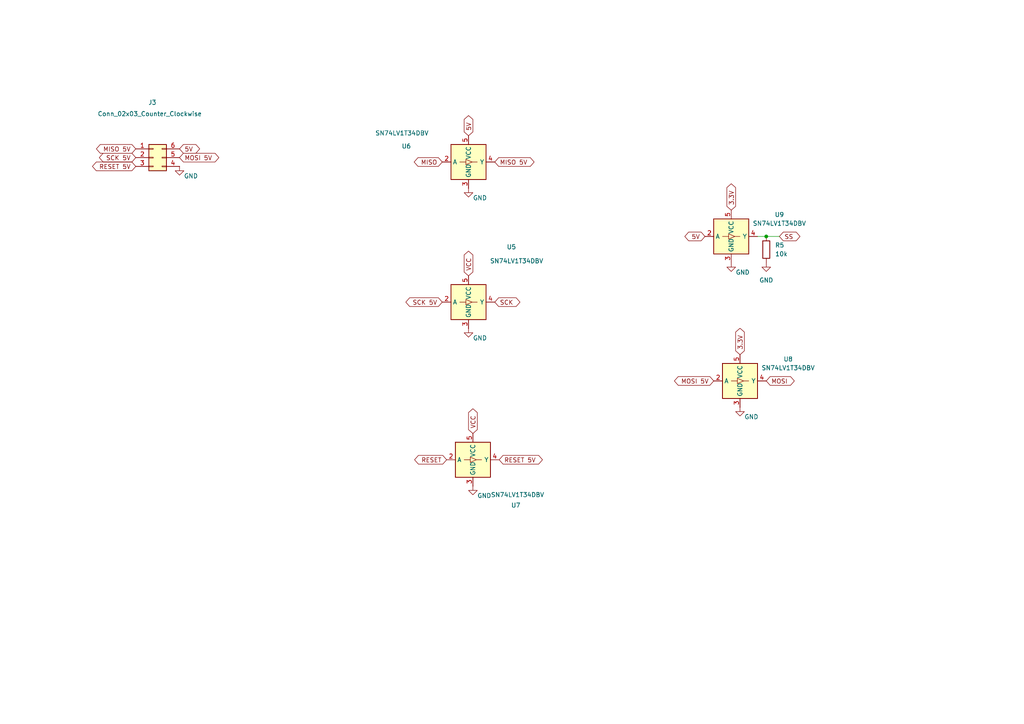
<source format=kicad_sch>
(kicad_sch
	(version 20231120)
	(generator "eeschema")
	(generator_version "8.0")
	(uuid "e052089e-c28d-4971-a70c-46b0762f27b0")
	(paper "A4")
	(lib_symbols
		(symbol "Connector_Generic:Conn_02x03_Counter_Clockwise"
			(pin_names
				(offset 1.016) hide)
			(exclude_from_sim no)
			(in_bom yes)
			(on_board yes)
			(property "Reference" "J"
				(at 1.27 5.08 0)
				(effects
					(font
						(size 1.27 1.27)
					)
				)
			)
			(property "Value" "Conn_02x03_Counter_Clockwise"
				(at 1.27 -5.08 0)
				(effects
					(font
						(size 1.27 1.27)
					)
				)
			)
			(property "Footprint" ""
				(at 0 0 0)
				(effects
					(font
						(size 1.27 1.27)
					)
					(hide yes)
				)
			)
			(property "Datasheet" "~"
				(at 0 0 0)
				(effects
					(font
						(size 1.27 1.27)
					)
					(hide yes)
				)
			)
			(property "Description" "Generic connector, double row, 02x03, counter clockwise pin numbering scheme (similar to DIP package numbering), script generated (kicad-library-utils/schlib/autogen/connector/)"
				(at 0 0 0)
				(effects
					(font
						(size 1.27 1.27)
					)
					(hide yes)
				)
			)
			(property "ki_keywords" "connector"
				(at 0 0 0)
				(effects
					(font
						(size 1.27 1.27)
					)
					(hide yes)
				)
			)
			(property "ki_fp_filters" "Connector*:*_2x??_*"
				(at 0 0 0)
				(effects
					(font
						(size 1.27 1.27)
					)
					(hide yes)
				)
			)
			(symbol "Conn_02x03_Counter_Clockwise_1_1"
				(rectangle
					(start -1.27 -2.413)
					(end 0 -2.667)
					(stroke
						(width 0.1524)
						(type default)
					)
					(fill
						(type none)
					)
				)
				(rectangle
					(start -1.27 0.127)
					(end 0 -0.127)
					(stroke
						(width 0.1524)
						(type default)
					)
					(fill
						(type none)
					)
				)
				(rectangle
					(start -1.27 2.667)
					(end 0 2.413)
					(stroke
						(width 0.1524)
						(type default)
					)
					(fill
						(type none)
					)
				)
				(rectangle
					(start -1.27 3.81)
					(end 3.81 -3.81)
					(stroke
						(width 0.254)
						(type default)
					)
					(fill
						(type background)
					)
				)
				(rectangle
					(start 3.81 -2.413)
					(end 2.54 -2.667)
					(stroke
						(width 0.1524)
						(type default)
					)
					(fill
						(type none)
					)
				)
				(rectangle
					(start 3.81 0.127)
					(end 2.54 -0.127)
					(stroke
						(width 0.1524)
						(type default)
					)
					(fill
						(type none)
					)
				)
				(rectangle
					(start 3.81 2.667)
					(end 2.54 2.413)
					(stroke
						(width 0.1524)
						(type default)
					)
					(fill
						(type none)
					)
				)
				(pin passive line
					(at -5.08 2.54 0)
					(length 3.81)
					(name "Pin_1"
						(effects
							(font
								(size 1.27 1.27)
							)
						)
					)
					(number "1"
						(effects
							(font
								(size 1.27 1.27)
							)
						)
					)
				)
				(pin passive line
					(at -5.08 0 0)
					(length 3.81)
					(name "Pin_2"
						(effects
							(font
								(size 1.27 1.27)
							)
						)
					)
					(number "2"
						(effects
							(font
								(size 1.27 1.27)
							)
						)
					)
				)
				(pin passive line
					(at -5.08 -2.54 0)
					(length 3.81)
					(name "Pin_3"
						(effects
							(font
								(size 1.27 1.27)
							)
						)
					)
					(number "3"
						(effects
							(font
								(size 1.27 1.27)
							)
						)
					)
				)
				(pin passive line
					(at 7.62 -2.54 180)
					(length 3.81)
					(name "Pin_4"
						(effects
							(font
								(size 1.27 1.27)
							)
						)
					)
					(number "4"
						(effects
							(font
								(size 1.27 1.27)
							)
						)
					)
				)
				(pin passive line
					(at 7.62 0 180)
					(length 3.81)
					(name "Pin_5"
						(effects
							(font
								(size 1.27 1.27)
							)
						)
					)
					(number "5"
						(effects
							(font
								(size 1.27 1.27)
							)
						)
					)
				)
				(pin passive line
					(at 7.62 2.54 180)
					(length 3.81)
					(name "Pin_6"
						(effects
							(font
								(size 1.27 1.27)
							)
						)
					)
					(number "6"
						(effects
							(font
								(size 1.27 1.27)
							)
						)
					)
				)
			)
		)
		(symbol "Device:R"
			(pin_numbers hide)
			(pin_names
				(offset 0)
			)
			(exclude_from_sim no)
			(in_bom yes)
			(on_board yes)
			(property "Reference" "R"
				(at 2.032 0 90)
				(effects
					(font
						(size 1.27 1.27)
					)
				)
			)
			(property "Value" "R"
				(at 0 0 90)
				(effects
					(font
						(size 1.27 1.27)
					)
				)
			)
			(property "Footprint" ""
				(at -1.778 0 90)
				(effects
					(font
						(size 1.27 1.27)
					)
					(hide yes)
				)
			)
			(property "Datasheet" "~"
				(at 0 0 0)
				(effects
					(font
						(size 1.27 1.27)
					)
					(hide yes)
				)
			)
			(property "Description" "Resistor"
				(at 0 0 0)
				(effects
					(font
						(size 1.27 1.27)
					)
					(hide yes)
				)
			)
			(property "ki_keywords" "R res resistor"
				(at 0 0 0)
				(effects
					(font
						(size 1.27 1.27)
					)
					(hide yes)
				)
			)
			(property "ki_fp_filters" "R_*"
				(at 0 0 0)
				(effects
					(font
						(size 1.27 1.27)
					)
					(hide yes)
				)
			)
			(symbol "R_0_1"
				(rectangle
					(start -1.016 -2.54)
					(end 1.016 2.54)
					(stroke
						(width 0.254)
						(type default)
					)
					(fill
						(type none)
					)
				)
			)
			(symbol "R_1_1"
				(pin passive line
					(at 0 3.81 270)
					(length 1.27)
					(name "~"
						(effects
							(font
								(size 1.27 1.27)
							)
						)
					)
					(number "1"
						(effects
							(font
								(size 1.27 1.27)
							)
						)
					)
				)
				(pin passive line
					(at 0 -3.81 90)
					(length 1.27)
					(name "~"
						(effects
							(font
								(size 1.27 1.27)
							)
						)
					)
					(number "2"
						(effects
							(font
								(size 1.27 1.27)
							)
						)
					)
				)
			)
		)
		(symbol "Logic_LevelTranslator:SN74LV1T34DBV"
			(exclude_from_sim no)
			(in_bom yes)
			(on_board yes)
			(property "Reference" "U"
				(at 5.08 6.35 0)
				(effects
					(font
						(size 1.27 1.27)
					)
					(justify left)
				)
			)
			(property "Value" "SN74LV1T34DBV"
				(at 5.08 3.81 0)
				(effects
					(font
						(size 1.27 1.27)
					)
					(justify left)
				)
			)
			(property "Footprint" "Package_TO_SOT_SMD:SOT-23-5"
				(at 16.51 -6.35 0)
				(effects
					(font
						(size 1.27 1.27)
					)
					(hide yes)
				)
			)
			(property "Datasheet" "https://www.ti.com/lit/ds/symlink/sn74lv1t34.pdf"
				(at -10.16 -5.08 0)
				(effects
					(font
						(size 1.27 1.27)
					)
					(hide yes)
				)
			)
			(property "Description" "Single Power Supply, Single Buffer GATE, CMOS Logic, Level Shifter, SOT-23-5"
				(at 0 0 0)
				(effects
					(font
						(size 1.27 1.27)
					)
					(hide yes)
				)
			)
			(property "ki_keywords" "single buffer level shift"
				(at 0 0 0)
				(effects
					(font
						(size 1.27 1.27)
					)
					(hide yes)
				)
			)
			(property "ki_fp_filters" "SOT?23*"
				(at 0 0 0)
				(effects
					(font
						(size 1.27 1.27)
					)
					(hide yes)
				)
			)
			(symbol "SN74LV1T34DBV_0_1"
				(rectangle
					(start -5.08 5.08)
					(end 5.08 -5.08)
					(stroke
						(width 0.254)
						(type default)
					)
					(fill
						(type background)
					)
				)
				(polyline
					(pts
						(xy -0.762 0) (xy -2.54 0)
					)
					(stroke
						(width 0)
						(type default)
					)
					(fill
						(type none)
					)
				)
				(polyline
					(pts
						(xy 1.016 0) (xy 2.54 0)
					)
					(stroke
						(width 0)
						(type default)
					)
					(fill
						(type none)
					)
				)
			)
			(symbol "SN74LV1T34DBV_1_1"
				(polyline
					(pts
						(xy -0.762 -0.762) (xy -0.762 0.762) (xy 1.016 0) (xy -0.762 -0.762)
					)
					(stroke
						(width 0)
						(type default)
					)
					(fill
						(type none)
					)
				)
				(pin no_connect line
					(at -5.08 2.54 0)
					(length 2.54) hide
					(name "NC"
						(effects
							(font
								(size 1.27 1.27)
							)
						)
					)
					(number "1"
						(effects
							(font
								(size 1.27 1.27)
							)
						)
					)
				)
				(pin input line
					(at -7.62 0 0)
					(length 2.54)
					(name "A"
						(effects
							(font
								(size 1.27 1.27)
							)
						)
					)
					(number "2"
						(effects
							(font
								(size 1.27 1.27)
							)
						)
					)
				)
				(pin power_in line
					(at 0 -7.62 90)
					(length 2.54)
					(name "GND"
						(effects
							(font
								(size 1.27 1.27)
							)
						)
					)
					(number "3"
						(effects
							(font
								(size 1.27 1.27)
							)
						)
					)
				)
				(pin output line
					(at 7.62 0 180)
					(length 2.54)
					(name "Y"
						(effects
							(font
								(size 1.27 1.27)
							)
						)
					)
					(number "4"
						(effects
							(font
								(size 1.27 1.27)
							)
						)
					)
				)
				(pin power_in line
					(at 0 7.62 270)
					(length 2.54)
					(name "VCC"
						(effects
							(font
								(size 1.27 1.27)
							)
						)
					)
					(number "5"
						(effects
							(font
								(size 1.27 1.27)
							)
						)
					)
				)
			)
		)
		(symbol "power:GND"
			(power)
			(pin_numbers hide)
			(pin_names
				(offset 0) hide)
			(exclude_from_sim no)
			(in_bom yes)
			(on_board yes)
			(property "Reference" "#PWR"
				(at 0 -6.35 0)
				(effects
					(font
						(size 1.27 1.27)
					)
					(hide yes)
				)
			)
			(property "Value" "GND"
				(at 0 -3.81 0)
				(effects
					(font
						(size 1.27 1.27)
					)
				)
			)
			(property "Footprint" ""
				(at 0 0 0)
				(effects
					(font
						(size 1.27 1.27)
					)
					(hide yes)
				)
			)
			(property "Datasheet" ""
				(at 0 0 0)
				(effects
					(font
						(size 1.27 1.27)
					)
					(hide yes)
				)
			)
			(property "Description" "Power symbol creates a global label with name \"GND\" , ground"
				(at 0 0 0)
				(effects
					(font
						(size 1.27 1.27)
					)
					(hide yes)
				)
			)
			(property "ki_keywords" "global power"
				(at 0 0 0)
				(effects
					(font
						(size 1.27 1.27)
					)
					(hide yes)
				)
			)
			(symbol "GND_0_1"
				(polyline
					(pts
						(xy 0 0) (xy 0 -1.27) (xy 1.27 -1.27) (xy 0 -2.54) (xy -1.27 -1.27) (xy 0 -1.27)
					)
					(stroke
						(width 0)
						(type default)
					)
					(fill
						(type none)
					)
				)
			)
			(symbol "GND_1_1"
				(pin power_in line
					(at 0 0 270)
					(length 0)
					(name "~"
						(effects
							(font
								(size 1.27 1.27)
							)
						)
					)
					(number "1"
						(effects
							(font
								(size 1.27 1.27)
							)
						)
					)
				)
			)
		)
	)
	(junction
		(at 222.25 68.58)
		(diameter 0)
		(color 0 0 0 0)
		(uuid "2d5d7a4f-ed19-4ab4-9bcf-e89c7333f19f")
	)
	(wire
		(pts
			(xy 222.25 68.58) (xy 219.71 68.58)
		)
		(stroke
			(width 0)
			(type default)
		)
		(uuid "05773295-6c26-4b16-9c05-0b351cd3ec7c")
	)
	(wire
		(pts
			(xy 226.06 68.58) (xy 222.25 68.58)
		)
		(stroke
			(width 0)
			(type default)
		)
		(uuid "16f80b63-c8d1-4246-a398-f260e0412271")
	)
	(global_label "MOSI"
		(shape bidirectional)
		(at 222.25 110.49 0)
		(fields_autoplaced yes)
		(effects
			(font
				(size 1.27 1.27)
			)
			(justify left)
		)
		(uuid "01612c61-e780-4302-8892-94c6be29639d")
		(property "Intersheetrefs" "${INTERSHEET_REFS}"
			(at 230.9427 110.49 0)
			(effects
				(font
					(size 1.27 1.27)
				)
				(justify left)
				(hide yes)
			)
		)
	)
	(global_label "SS"
		(shape bidirectional)
		(at 226.06 68.58 0)
		(fields_autoplaced yes)
		(effects
			(font
				(size 1.27 1.27)
			)
			(justify left)
		)
		(uuid "07e1b962-3fd9-44fa-b4dc-4acacf73a862")
		(property "Intersheetrefs" "${INTERSHEET_REFS}"
			(at 232.5755 68.58 0)
			(effects
				(font
					(size 1.27 1.27)
				)
				(justify left)
				(hide yes)
			)
		)
	)
	(global_label "5V"
		(shape bidirectional)
		(at 204.47 68.58 180)
		(fields_autoplaced yes)
		(effects
			(font
				(size 1.27 1.27)
			)
			(justify right)
		)
		(uuid "0aba381e-3b61-46fe-9917-1e4d1419ec1e")
		(property "Intersheetrefs" "${INTERSHEET_REFS}"
			(at 198.0754 68.58 0)
			(effects
				(font
					(size 1.27 1.27)
				)
				(justify right)
				(hide yes)
			)
		)
	)
	(global_label "3.3V"
		(shape bidirectional)
		(at 214.63 102.87 90)
		(fields_autoplaced yes)
		(effects
			(font
				(size 1.27 1.27)
			)
			(justify left)
		)
		(uuid "19b3d9e0-2c6c-48d3-a0e4-3ea3645b233e")
		(property "Intersheetrefs" "${INTERSHEET_REFS}"
			(at 214.63 94.6611 90)
			(effects
				(font
					(size 1.27 1.27)
				)
				(justify left)
				(hide yes)
			)
		)
	)
	(global_label "SCK"
		(shape bidirectional)
		(at 143.51 87.63 0)
		(fields_autoplaced yes)
		(effects
			(font
				(size 1.27 1.27)
			)
			(justify left)
		)
		(uuid "1d885253-84f0-4953-8702-2209a6edcd98")
		(property "Intersheetrefs" "${INTERSHEET_REFS}"
			(at 151.356 87.63 0)
			(effects
				(font
					(size 1.27 1.27)
				)
				(justify left)
				(hide yes)
			)
		)
	)
	(global_label "3.3V"
		(shape bidirectional)
		(at 212.09 60.96 90)
		(fields_autoplaced yes)
		(effects
			(font
				(size 1.27 1.27)
			)
			(justify left)
		)
		(uuid "500ac20f-f238-4f68-93a6-81303861c958")
		(property "Intersheetrefs" "${INTERSHEET_REFS}"
			(at 212.09 52.7511 90)
			(effects
				(font
					(size 1.27 1.27)
				)
				(justify left)
				(hide yes)
			)
		)
	)
	(global_label "RESET 5V"
		(shape bidirectional)
		(at 144.78 133.35 0)
		(fields_autoplaced yes)
		(effects
			(font
				(size 1.27 1.27)
			)
			(justify left)
		)
		(uuid "5a8cd360-ba1d-4787-808d-cf92b4968d2a")
		(property "Intersheetrefs" "${INTERSHEET_REFS}"
			(at 157.8873 133.35 0)
			(effects
				(font
					(size 1.27 1.27)
				)
				(justify left)
				(hide yes)
			)
		)
	)
	(global_label "RESET 5V"
		(shape bidirectional)
		(at 39.37 48.26 180)
		(fields_autoplaced yes)
		(effects
			(font
				(size 1.27 1.27)
			)
			(justify right)
		)
		(uuid "60db2e64-6a6f-4aac-a41c-8a2483f214c5")
		(property "Intersheetrefs" "${INTERSHEET_REFS}"
			(at 26.2627 48.26 0)
			(effects
				(font
					(size 1.27 1.27)
				)
				(justify right)
				(hide yes)
			)
		)
	)
	(global_label "VCC"
		(shape bidirectional)
		(at 137.16 125.73 90)
		(fields_autoplaced yes)
		(effects
			(font
				(size 1.27 1.27)
			)
			(justify left)
		)
		(uuid "63704d66-4cc8-4bca-a75f-073ea134abb9")
		(property "Intersheetrefs" "${INTERSHEET_REFS}"
			(at 137.16 118.0049 90)
			(effects
				(font
					(size 1.27 1.27)
				)
				(justify left)
				(hide yes)
			)
		)
	)
	(global_label "MISO"
		(shape bidirectional)
		(at 128.27 46.99 180)
		(fields_autoplaced yes)
		(effects
			(font
				(size 1.27 1.27)
			)
			(justify right)
		)
		(uuid "708ef072-c10d-494b-a089-6c8f8de99300")
		(property "Intersheetrefs" "${INTERSHEET_REFS}"
			(at 119.5773 46.99 0)
			(effects
				(font
					(size 1.27 1.27)
				)
				(justify right)
				(hide yes)
			)
		)
	)
	(global_label "MISO 5V"
		(shape bidirectional)
		(at 143.51 46.99 0)
		(fields_autoplaced yes)
		(effects
			(font
				(size 1.27 1.27)
			)
			(justify left)
		)
		(uuid "7d9d23ba-1303-4819-8db5-19adef56ebcc")
		(property "Intersheetrefs" "${INTERSHEET_REFS}"
			(at 155.4684 46.99 0)
			(effects
				(font
					(size 1.27 1.27)
				)
				(justify left)
				(hide yes)
			)
		)
	)
	(global_label "RESET"
		(shape bidirectional)
		(at 129.54 133.35 180)
		(fields_autoplaced yes)
		(effects
			(font
				(size 1.27 1.27)
			)
			(justify right)
		)
		(uuid "88943199-ce2b-4257-9912-2c7013efff81")
		(property "Intersheetrefs" "${INTERSHEET_REFS}"
			(at 119.6984 133.35 0)
			(effects
				(font
					(size 1.27 1.27)
				)
				(justify right)
				(hide yes)
			)
		)
	)
	(global_label "MOSI 5V"
		(shape bidirectional)
		(at 52.07 45.72 0)
		(fields_autoplaced yes)
		(effects
			(font
				(size 1.27 1.27)
			)
			(justify left)
		)
		(uuid "98e69f2b-a1b8-4236-ac27-16ef23ae0d0d")
		(property "Intersheetrefs" "${INTERSHEET_REFS}"
			(at 64.0284 45.72 0)
			(effects
				(font
					(size 1.27 1.27)
				)
				(justify left)
				(hide yes)
			)
		)
	)
	(global_label "VCC"
		(shape bidirectional)
		(at 135.89 80.01 90)
		(fields_autoplaced yes)
		(effects
			(font
				(size 1.27 1.27)
			)
			(justify left)
		)
		(uuid "99da06cf-dca1-4c5b-842b-7a65246c0931")
		(property "Intersheetrefs" "${INTERSHEET_REFS}"
			(at 135.89 72.2849 90)
			(effects
				(font
					(size 1.27 1.27)
				)
				(justify left)
				(hide yes)
			)
		)
	)
	(global_label "MOSI 5V"
		(shape bidirectional)
		(at 207.01 110.49 180)
		(fields_autoplaced yes)
		(effects
			(font
				(size 1.27 1.27)
			)
			(justify right)
		)
		(uuid "d359fd2e-4e48-4c7b-b821-bbac4bf6a84b")
		(property "Intersheetrefs" "${INTERSHEET_REFS}"
			(at 195.0516 110.49 0)
			(effects
				(font
					(size 1.27 1.27)
				)
				(justify right)
				(hide yes)
			)
		)
	)
	(global_label "SCK 5V"
		(shape bidirectional)
		(at 39.37 45.72 180)
		(fields_autoplaced yes)
		(effects
			(font
				(size 1.27 1.27)
			)
			(justify right)
		)
		(uuid "d5658f2f-99bf-46f5-8030-32cbaaf841e4")
		(property "Intersheetrefs" "${INTERSHEET_REFS}"
			(at 28.2583 45.72 0)
			(effects
				(font
					(size 1.27 1.27)
				)
				(justify right)
				(hide yes)
			)
		)
	)
	(global_label "MISO 5V"
		(shape bidirectional)
		(at 39.37 43.18 180)
		(fields_autoplaced yes)
		(effects
			(font
				(size 1.27 1.27)
			)
			(justify right)
		)
		(uuid "d9c50f20-d5b5-4d6b-88e0-015e03c0a921")
		(property "Intersheetrefs" "${INTERSHEET_REFS}"
			(at 27.4116 43.18 0)
			(effects
				(font
					(size 1.27 1.27)
				)
				(justify right)
				(hide yes)
			)
		)
	)
	(global_label "SCK 5V"
		(shape bidirectional)
		(at 128.27 87.63 180)
		(fields_autoplaced yes)
		(effects
			(font
				(size 1.27 1.27)
			)
			(justify right)
		)
		(uuid "df5819a4-b5af-4bde-a48c-85a75fb875ad")
		(property "Intersheetrefs" "${INTERSHEET_REFS}"
			(at 117.1583 87.63 0)
			(effects
				(font
					(size 1.27 1.27)
				)
				(justify right)
				(hide yes)
			)
		)
	)
	(global_label "5V"
		(shape bidirectional)
		(at 52.07 43.18 0)
		(fields_autoplaced yes)
		(effects
			(font
				(size 1.27 1.27)
			)
			(justify left)
		)
		(uuid "e54ad53c-617e-48ae-93ff-b92a9ccd2ee7")
		(property "Intersheetrefs" "${INTERSHEET_REFS}"
			(at 58.4646 43.18 0)
			(effects
				(font
					(size 1.27 1.27)
				)
				(justify left)
				(hide yes)
			)
		)
	)
	(global_label "5V"
		(shape bidirectional)
		(at 135.89 39.37 90)
		(fields_autoplaced yes)
		(effects
			(font
				(size 1.27 1.27)
			)
			(justify left)
		)
		(uuid "e640be23-003d-4941-9283-01c61319b31a")
		(property "Intersheetrefs" "${INTERSHEET_REFS}"
			(at 135.89 32.9754 90)
			(effects
				(font
					(size 1.27 1.27)
				)
				(justify left)
				(hide yes)
			)
		)
	)
	(symbol
		(lib_id "power:GND")
		(at 52.07 48.26 0)
		(unit 1)
		(exclude_from_sim no)
		(in_bom yes)
		(on_board yes)
		(dnp no)
		(uuid "22525a66-11fe-48fb-81d2-008c2e3dab02")
		(property "Reference" "#PWR025"
			(at 52.07 54.61 0)
			(effects
				(font
					(size 1.27 1.27)
				)
				(hide yes)
			)
		)
		(property "Value" "GND"
			(at 53.34 51.054 0)
			(effects
				(font
					(size 1.27 1.27)
				)
				(justify left)
			)
		)
		(property "Footprint" ""
			(at 52.07 48.26 0)
			(effects
				(font
					(size 1.27 1.27)
				)
				(hide yes)
			)
		)
		(property "Datasheet" ""
			(at 52.07 48.26 0)
			(effects
				(font
					(size 1.27 1.27)
				)
				(hide yes)
			)
		)
		(property "Description" "Power symbol creates a global label with name \"GND\" , ground"
			(at 52.07 48.26 0)
			(effects
				(font
					(size 1.27 1.27)
				)
				(hide yes)
			)
		)
		(pin "1"
			(uuid "f35eb097-b788-40b1-be4d-7f9d0f7eadb9")
		)
		(instances
			(project "plokkskeem"
				(path "/a526e2f2-17cc-4dbb-8268-7175c0e116d3/d3273687-db8e-408f-88c2-80e2e713b725"
					(reference "#PWR025")
					(unit 1)
				)
			)
		)
	)
	(symbol
		(lib_id "power:GND")
		(at 135.89 95.25 0)
		(unit 1)
		(exclude_from_sim no)
		(in_bom yes)
		(on_board yes)
		(dnp no)
		(uuid "3e89e438-515e-4b9a-bbc3-e3f522f2cbff")
		(property "Reference" "#PWR021"
			(at 135.89 101.6 0)
			(effects
				(font
					(size 1.27 1.27)
				)
				(hide yes)
			)
		)
		(property "Value" "GND"
			(at 137.16 98.044 0)
			(effects
				(font
					(size 1.27 1.27)
				)
				(justify left)
			)
		)
		(property "Footprint" ""
			(at 135.89 95.25 0)
			(effects
				(font
					(size 1.27 1.27)
				)
				(hide yes)
			)
		)
		(property "Datasheet" ""
			(at 135.89 95.25 0)
			(effects
				(font
					(size 1.27 1.27)
				)
				(hide yes)
			)
		)
		(property "Description" "Power symbol creates a global label with name \"GND\" , ground"
			(at 135.89 95.25 0)
			(effects
				(font
					(size 1.27 1.27)
				)
				(hide yes)
			)
		)
		(pin "1"
			(uuid "33f5ce5e-fddf-47f0-bd1a-2dd0ba37ebe1")
		)
		(instances
			(project "plokkskeem"
				(path "/a526e2f2-17cc-4dbb-8268-7175c0e116d3/d3273687-db8e-408f-88c2-80e2e713b725"
					(reference "#PWR021")
					(unit 1)
				)
			)
		)
	)
	(symbol
		(lib_id "power:GND")
		(at 137.16 140.97 0)
		(unit 1)
		(exclude_from_sim no)
		(in_bom yes)
		(on_board yes)
		(dnp no)
		(uuid "3fe1ffe3-f81c-4062-9029-1c54007c11d8")
		(property "Reference" "#PWR023"
			(at 137.16 147.32 0)
			(effects
				(font
					(size 1.27 1.27)
				)
				(hide yes)
			)
		)
		(property "Value" "GND"
			(at 138.43 143.764 0)
			(effects
				(font
					(size 1.27 1.27)
				)
				(justify left)
			)
		)
		(property "Footprint" ""
			(at 137.16 140.97 0)
			(effects
				(font
					(size 1.27 1.27)
				)
				(hide yes)
			)
		)
		(property "Datasheet" ""
			(at 137.16 140.97 0)
			(effects
				(font
					(size 1.27 1.27)
				)
				(hide yes)
			)
		)
		(property "Description" "Power symbol creates a global label with name \"GND\" , ground"
			(at 137.16 140.97 0)
			(effects
				(font
					(size 1.27 1.27)
				)
				(hide yes)
			)
		)
		(pin "1"
			(uuid "b7faa22d-ffe2-492e-a1c6-654f79472487")
		)
		(instances
			(project "plokkskeem"
				(path "/a526e2f2-17cc-4dbb-8268-7175c0e116d3/d3273687-db8e-408f-88c2-80e2e713b725"
					(reference "#PWR023")
					(unit 1)
				)
			)
		)
	)
	(symbol
		(lib_id "power:GND")
		(at 222.25 76.2 0)
		(unit 1)
		(exclude_from_sim no)
		(in_bom yes)
		(on_board yes)
		(dnp no)
		(fields_autoplaced yes)
		(uuid "4ac3ec46-dbb0-4856-9fd4-180124e637ca")
		(property "Reference" "#PWR027"
			(at 222.25 82.55 0)
			(effects
				(font
					(size 1.27 1.27)
				)
				(hide yes)
			)
		)
		(property "Value" "GND"
			(at 222.25 81.28 0)
			(effects
				(font
					(size 1.27 1.27)
				)
			)
		)
		(property "Footprint" ""
			(at 222.25 76.2 0)
			(effects
				(font
					(size 1.27 1.27)
				)
				(hide yes)
			)
		)
		(property "Datasheet" ""
			(at 222.25 76.2 0)
			(effects
				(font
					(size 1.27 1.27)
				)
				(hide yes)
			)
		)
		(property "Description" "Power symbol creates a global label with name \"GND\" , ground"
			(at 222.25 76.2 0)
			(effects
				(font
					(size 1.27 1.27)
				)
				(hide yes)
			)
		)
		(pin "1"
			(uuid "2e9e41cf-c1f4-4179-a3b7-1dbaf921e71d")
		)
		(instances
			(project "plokkskeem"
				(path "/a526e2f2-17cc-4dbb-8268-7175c0e116d3/d3273687-db8e-408f-88c2-80e2e713b725"
					(reference "#PWR027")
					(unit 1)
				)
			)
		)
	)
	(symbol
		(lib_id "power:GND")
		(at 135.89 54.61 0)
		(unit 1)
		(exclude_from_sim no)
		(in_bom yes)
		(on_board yes)
		(dnp no)
		(uuid "712398c1-15f8-4476-87cf-330bd9e0d402")
		(property "Reference" "#PWR022"
			(at 135.89 60.96 0)
			(effects
				(font
					(size 1.27 1.27)
				)
				(hide yes)
			)
		)
		(property "Value" "GND"
			(at 137.16 57.404 0)
			(effects
				(font
					(size 1.27 1.27)
				)
				(justify left)
			)
		)
		(property "Footprint" ""
			(at 135.89 54.61 0)
			(effects
				(font
					(size 1.27 1.27)
				)
				(hide yes)
			)
		)
		(property "Datasheet" ""
			(at 135.89 54.61 0)
			(effects
				(font
					(size 1.27 1.27)
				)
				(hide yes)
			)
		)
		(property "Description" "Power symbol creates a global label with name \"GND\" , ground"
			(at 135.89 54.61 0)
			(effects
				(font
					(size 1.27 1.27)
				)
				(hide yes)
			)
		)
		(pin "1"
			(uuid "e4b3e68e-6854-4884-890c-f60dbc54d75f")
		)
		(instances
			(project "plokkskeem"
				(path "/a526e2f2-17cc-4dbb-8268-7175c0e116d3/d3273687-db8e-408f-88c2-80e2e713b725"
					(reference "#PWR022")
					(unit 1)
				)
			)
		)
	)
	(symbol
		(lib_id "Logic_LevelTranslator:SN74LV1T34DBV")
		(at 212.09 68.58 0)
		(unit 1)
		(exclude_from_sim no)
		(in_bom yes)
		(on_board yes)
		(dnp no)
		(fields_autoplaced yes)
		(uuid "797284ae-2981-4c2e-abae-1840a8f98569")
		(property "Reference" "U9"
			(at 226.06 62.2614 0)
			(effects
				(font
					(size 1.27 1.27)
				)
			)
		)
		(property "Value" "SN74LV1T34DBV"
			(at 226.06 64.8014 0)
			(effects
				(font
					(size 1.27 1.27)
				)
			)
		)
		(property "Footprint" "Package_TO_SOT_SMD:SOT-23-5"
			(at 228.6 74.93 0)
			(effects
				(font
					(size 1.27 1.27)
				)
				(hide yes)
			)
		)
		(property "Datasheet" "https://www.ti.com/lit/ds/symlink/sn74lv1t34.pdf"
			(at 201.93 73.66 0)
			(effects
				(font
					(size 1.27 1.27)
				)
				(hide yes)
			)
		)
		(property "Description" "Single Power Supply, Single Buffer GATE, CMOS Logic, Level Shifter, SOT-23-5"
			(at 212.09 68.58 0)
			(effects
				(font
					(size 1.27 1.27)
				)
				(hide yes)
			)
		)
		(pin "4"
			(uuid "801dd0dd-9e2d-4f1e-a7cc-5bdda37d09ee")
		)
		(pin "1"
			(uuid "22ddda96-70ad-462f-b7ea-86e54e01d5f3")
		)
		(pin "2"
			(uuid "045a4eea-364a-4e93-b8c1-0e086cc48acd")
		)
		(pin "5"
			(uuid "3c05694f-76f7-405c-81a4-4916c077f79b")
		)
		(pin "3"
			(uuid "c0840868-b9e5-4f3e-926d-c36081ff4546")
		)
		(instances
			(project "plokkskeem"
				(path "/a526e2f2-17cc-4dbb-8268-7175c0e116d3/d3273687-db8e-408f-88c2-80e2e713b725"
					(reference "U9")
					(unit 1)
				)
			)
		)
	)
	(symbol
		(lib_id "Logic_LevelTranslator:SN74LV1T34DBV")
		(at 135.89 46.99 0)
		(unit 1)
		(exclude_from_sim no)
		(in_bom yes)
		(on_board yes)
		(dnp no)
		(uuid "81308c1a-5c9f-46cb-a94d-8ca4c0f70f80")
		(property "Reference" "U6"
			(at 117.856 42.418 0)
			(effects
				(font
					(size 1.27 1.27)
				)
			)
		)
		(property "Value" "SN74LV1T34DBV"
			(at 116.586 38.608 0)
			(effects
				(font
					(size 1.27 1.27)
				)
			)
		)
		(property "Footprint" "Package_TO_SOT_SMD:SOT-23-5"
			(at 152.4 53.34 0)
			(effects
				(font
					(size 1.27 1.27)
				)
				(hide yes)
			)
		)
		(property "Datasheet" "https://www.ti.com/lit/ds/symlink/sn74lv1t34.pdf"
			(at 125.73 52.07 0)
			(effects
				(font
					(size 1.27 1.27)
				)
				(hide yes)
			)
		)
		(property "Description" "Single Power Supply, Single Buffer GATE, CMOS Logic, Level Shifter, SOT-23-5"
			(at 135.89 46.99 0)
			(effects
				(font
					(size 1.27 1.27)
				)
				(hide yes)
			)
		)
		(pin "4"
			(uuid "4c23eb51-9c74-48be-865c-7d7b1e838347")
		)
		(pin "1"
			(uuid "1429b623-443e-40da-960d-4c8fa95978db")
		)
		(pin "2"
			(uuid "4653a222-db9f-4d9f-ac03-91c4ee7d3051")
		)
		(pin "5"
			(uuid "31898afc-304a-462d-9847-56a6d9f76985")
		)
		(pin "3"
			(uuid "05f2a18e-9a34-48aa-8f31-cecd9dcbe075")
		)
		(instances
			(project "plokkskeem"
				(path "/a526e2f2-17cc-4dbb-8268-7175c0e116d3/d3273687-db8e-408f-88c2-80e2e713b725"
					(reference "U6")
					(unit 1)
				)
			)
		)
	)
	(symbol
		(lib_id "Connector_Generic:Conn_02x03_Counter_Clockwise")
		(at 44.45 45.72 0)
		(unit 1)
		(exclude_from_sim no)
		(in_bom yes)
		(on_board yes)
		(dnp no)
		(uuid "991cd83d-1be9-48e1-85ab-3e931b3a6597")
		(property "Reference" "J3"
			(at 44.196 29.718 0)
			(effects
				(font
					(size 1.27 1.27)
				)
			)
		)
		(property "Value" "Conn_02x03_Counter_Clockwise"
			(at 43.434 33.02 0)
			(effects
				(font
					(size 1.27 1.27)
				)
			)
		)
		(property "Footprint" ""
			(at 44.45 45.72 0)
			(effects
				(font
					(size 1.27 1.27)
				)
				(hide yes)
			)
		)
		(property "Datasheet" "~"
			(at 44.45 45.72 0)
			(effects
				(font
					(size 1.27 1.27)
				)
				(hide yes)
			)
		)
		(property "Description" "Generic connector, double row, 02x03, counter clockwise pin numbering scheme (similar to DIP package numbering), script generated (kicad-library-utils/schlib/autogen/connector/)"
			(at 44.45 45.72 0)
			(effects
				(font
					(size 1.27 1.27)
				)
				(hide yes)
			)
		)
		(pin "6"
			(uuid "26228d00-6951-4ea5-a108-7cd7029f0033")
		)
		(pin "4"
			(uuid "f32afe7e-0899-42db-a541-f7493a8d2fc2")
		)
		(pin "2"
			(uuid "0ce6fc30-b4e5-45ec-b272-69754e88d9ce")
		)
		(pin "5"
			(uuid "97cfc039-4b76-4b41-892a-a5d9ab6735d1")
		)
		(pin "1"
			(uuid "173ec763-5216-45fd-8b4d-02a38ba71e11")
		)
		(pin "3"
			(uuid "3531b01f-5828-4798-8c6a-b3f239644ed8")
		)
		(instances
			(project "plokkskeem"
				(path "/a526e2f2-17cc-4dbb-8268-7175c0e116d3/d3273687-db8e-408f-88c2-80e2e713b725"
					(reference "J3")
					(unit 1)
				)
			)
		)
	)
	(symbol
		(lib_id "power:GND")
		(at 212.09 76.2 0)
		(unit 1)
		(exclude_from_sim no)
		(in_bom yes)
		(on_board yes)
		(dnp no)
		(uuid "9ef06baa-26af-4438-a698-76658bd1c147")
		(property "Reference" "#PWR026"
			(at 212.09 82.55 0)
			(effects
				(font
					(size 1.27 1.27)
				)
				(hide yes)
			)
		)
		(property "Value" "GND"
			(at 213.36 78.994 0)
			(effects
				(font
					(size 1.27 1.27)
				)
				(justify left)
			)
		)
		(property "Footprint" ""
			(at 212.09 76.2 0)
			(effects
				(font
					(size 1.27 1.27)
				)
				(hide yes)
			)
		)
		(property "Datasheet" ""
			(at 212.09 76.2 0)
			(effects
				(font
					(size 1.27 1.27)
				)
				(hide yes)
			)
		)
		(property "Description" "Power symbol creates a global label with name \"GND\" , ground"
			(at 212.09 76.2 0)
			(effects
				(font
					(size 1.27 1.27)
				)
				(hide yes)
			)
		)
		(pin "1"
			(uuid "41c230b4-0cb6-46eb-a83e-f3794a784f4c")
		)
		(instances
			(project "plokkskeem"
				(path "/a526e2f2-17cc-4dbb-8268-7175c0e116d3/d3273687-db8e-408f-88c2-80e2e713b725"
					(reference "#PWR026")
					(unit 1)
				)
			)
		)
	)
	(symbol
		(lib_id "Logic_LevelTranslator:SN74LV1T34DBV")
		(at 137.16 133.35 0)
		(unit 1)
		(exclude_from_sim no)
		(in_bom yes)
		(on_board yes)
		(dnp no)
		(uuid "a34dbc58-f17b-4248-a787-ad88bf24264f")
		(property "Reference" "U7"
			(at 149.606 146.558 0)
			(effects
				(font
					(size 1.27 1.27)
				)
			)
		)
		(property "Value" "SN74LV1T34DBV"
			(at 150.114 143.51 0)
			(effects
				(font
					(size 1.27 1.27)
				)
			)
		)
		(property "Footprint" "Package_TO_SOT_SMD:SOT-23-5"
			(at 153.67 139.7 0)
			(effects
				(font
					(size 1.27 1.27)
				)
				(hide yes)
			)
		)
		(property "Datasheet" "https://www.ti.com/lit/ds/symlink/sn74lv1t34.pdf"
			(at 127 138.43 0)
			(effects
				(font
					(size 1.27 1.27)
				)
				(hide yes)
			)
		)
		(property "Description" "Single Power Supply, Single Buffer GATE, CMOS Logic, Level Shifter, SOT-23-5"
			(at 137.16 133.35 0)
			(effects
				(font
					(size 1.27 1.27)
				)
				(hide yes)
			)
		)
		(pin "4"
			(uuid "3ac2a2f0-64fe-45ea-89b2-7d86b59db4ba")
		)
		(pin "1"
			(uuid "ef246760-347a-4888-9210-5f4443c94b70")
		)
		(pin "2"
			(uuid "253e3bb8-15d3-4d46-a0fd-b7c154c3ff9b")
		)
		(pin "5"
			(uuid "6f8a6f20-e6fc-4c91-8fe3-19601e3e6493")
		)
		(pin "3"
			(uuid "90a7881c-c5cb-40e4-9c14-f254ae56fbff")
		)
		(instances
			(project "plokkskeem"
				(path "/a526e2f2-17cc-4dbb-8268-7175c0e116d3/d3273687-db8e-408f-88c2-80e2e713b725"
					(reference "U7")
					(unit 1)
				)
			)
		)
	)
	(symbol
		(lib_id "Logic_LevelTranslator:SN74LV1T34DBV")
		(at 214.63 110.49 0)
		(unit 1)
		(exclude_from_sim no)
		(in_bom yes)
		(on_board yes)
		(dnp no)
		(fields_autoplaced yes)
		(uuid "a44a9ec4-a61e-4d31-ae34-0b9ecff9b763")
		(property "Reference" "U8"
			(at 228.6 104.1714 0)
			(effects
				(font
					(size 1.27 1.27)
				)
			)
		)
		(property "Value" "SN74LV1T34DBV"
			(at 228.6 106.7114 0)
			(effects
				(font
					(size 1.27 1.27)
				)
			)
		)
		(property "Footprint" "Package_TO_SOT_SMD:SOT-23-5"
			(at 231.14 116.84 0)
			(effects
				(font
					(size 1.27 1.27)
				)
				(hide yes)
			)
		)
		(property "Datasheet" "https://www.ti.com/lit/ds/symlink/sn74lv1t34.pdf"
			(at 204.47 115.57 0)
			(effects
				(font
					(size 1.27 1.27)
				)
				(hide yes)
			)
		)
		(property "Description" "Single Power Supply, Single Buffer GATE, CMOS Logic, Level Shifter, SOT-23-5"
			(at 214.63 110.49 0)
			(effects
				(font
					(size 1.27 1.27)
				)
				(hide yes)
			)
		)
		(pin "4"
			(uuid "959f253a-9e16-4064-bbec-994e2366f193")
		)
		(pin "1"
			(uuid "7dc98d63-bf04-435e-8e56-53280a4babe8")
		)
		(pin "2"
			(uuid "884aa4fc-5aa1-401b-aa4d-924f30ee7278")
		)
		(pin "5"
			(uuid "5eda2759-768f-413c-8245-cd73f717d682")
		)
		(pin "3"
			(uuid "a3493c15-30ad-41bf-82de-1ce1f955f661")
		)
		(instances
			(project "plokkskeem"
				(path "/a526e2f2-17cc-4dbb-8268-7175c0e116d3/d3273687-db8e-408f-88c2-80e2e713b725"
					(reference "U8")
					(unit 1)
				)
			)
		)
	)
	(symbol
		(lib_id "power:GND")
		(at 214.63 118.11 0)
		(unit 1)
		(exclude_from_sim no)
		(in_bom yes)
		(on_board yes)
		(dnp no)
		(uuid "a6a0b23f-e3a7-4ad4-baf8-7c66abfb77e4")
		(property "Reference" "#PWR024"
			(at 214.63 124.46 0)
			(effects
				(font
					(size 1.27 1.27)
				)
				(hide yes)
			)
		)
		(property "Value" "GND"
			(at 215.9 120.904 0)
			(effects
				(font
					(size 1.27 1.27)
				)
				(justify left)
			)
		)
		(property "Footprint" ""
			(at 214.63 118.11 0)
			(effects
				(font
					(size 1.27 1.27)
				)
				(hide yes)
			)
		)
		(property "Datasheet" ""
			(at 214.63 118.11 0)
			(effects
				(font
					(size 1.27 1.27)
				)
				(hide yes)
			)
		)
		(property "Description" "Power symbol creates a global label with name \"GND\" , ground"
			(at 214.63 118.11 0)
			(effects
				(font
					(size 1.27 1.27)
				)
				(hide yes)
			)
		)
		(pin "1"
			(uuid "0cd3fdb5-bac8-46f1-9aff-3d3d02189d7d")
		)
		(instances
			(project "plokkskeem"
				(path "/a526e2f2-17cc-4dbb-8268-7175c0e116d3/d3273687-db8e-408f-88c2-80e2e713b725"
					(reference "#PWR024")
					(unit 1)
				)
			)
		)
	)
	(symbol
		(lib_id "Device:R")
		(at 222.25 72.39 0)
		(unit 1)
		(exclude_from_sim no)
		(in_bom yes)
		(on_board yes)
		(dnp no)
		(fields_autoplaced yes)
		(uuid "ae56c1dc-b0c6-44e5-8963-0b9ec8df9d68")
		(property "Reference" "R5"
			(at 224.79 71.1199 0)
			(effects
				(font
					(size 1.27 1.27)
				)
				(justify left)
			)
		)
		(property "Value" "10k"
			(at 224.79 73.6599 0)
			(effects
				(font
					(size 1.27 1.27)
				)
				(justify left)
			)
		)
		(property "Footprint" ""
			(at 220.472 72.39 90)
			(effects
				(font
					(size 1.27 1.27)
				)
				(hide yes)
			)
		)
		(property "Datasheet" "~"
			(at 222.25 72.39 0)
			(effects
				(font
					(size 1.27 1.27)
				)
				(hide yes)
			)
		)
		(property "Description" "Resistor"
			(at 222.25 72.39 0)
			(effects
				(font
					(size 1.27 1.27)
				)
				(hide yes)
			)
		)
		(pin "2"
			(uuid "ef34b7ee-b42c-417d-b67c-42ac856d4135")
		)
		(pin "1"
			(uuid "e9d3fdd1-d338-44c5-9cfe-c710ac97f187")
		)
		(instances
			(project "plokkskeem"
				(path "/a526e2f2-17cc-4dbb-8268-7175c0e116d3/d3273687-db8e-408f-88c2-80e2e713b725"
					(reference "R5")
					(unit 1)
				)
			)
		)
	)
	(symbol
		(lib_id "Logic_LevelTranslator:SN74LV1T34DBV")
		(at 135.89 87.63 0)
		(unit 1)
		(exclude_from_sim no)
		(in_bom yes)
		(on_board yes)
		(dnp no)
		(uuid "eb869c66-bc46-44b4-a42b-5e6d3d392aef")
		(property "Reference" "U5"
			(at 148.336 71.628 0)
			(effects
				(font
					(size 1.27 1.27)
				)
			)
		)
		(property "Value" "SN74LV1T34DBV"
			(at 149.86 75.692 0)
			(effects
				(font
					(size 1.27 1.27)
				)
			)
		)
		(property "Footprint" "Package_TO_SOT_SMD:SOT-23-5"
			(at 152.4 93.98 0)
			(effects
				(font
					(size 1.27 1.27)
				)
				(hide yes)
			)
		)
		(property "Datasheet" "https://www.ti.com/lit/ds/symlink/sn74lv1t34.pdf"
			(at 125.73 92.71 0)
			(effects
				(font
					(size 1.27 1.27)
				)
				(hide yes)
			)
		)
		(property "Description" "Single Power Supply, Single Buffer GATE, CMOS Logic, Level Shifter, SOT-23-5"
			(at 135.89 87.63 0)
			(effects
				(font
					(size 1.27 1.27)
				)
				(hide yes)
			)
		)
		(pin "4"
			(uuid "1175d93c-8514-4a7a-a9c3-d4c92e8e7fd2")
		)
		(pin "1"
			(uuid "1fdc677d-d1ad-451e-ac12-ec904070557c")
		)
		(pin "2"
			(uuid "1fe58c0c-ec46-4ed7-97ba-40515d0a16a2")
		)
		(pin "5"
			(uuid "0199a2cd-e260-4636-acb1-220ff379eb4b")
		)
		(pin "3"
			(uuid "8abc6a0c-a921-48a3-ae6c-ffbe101c5909")
		)
		(instances
			(project "plokkskeem"
				(path "/a526e2f2-17cc-4dbb-8268-7175c0e116d3/d3273687-db8e-408f-88c2-80e2e713b725"
					(reference "U5")
					(unit 1)
				)
			)
		)
	)
)

</source>
